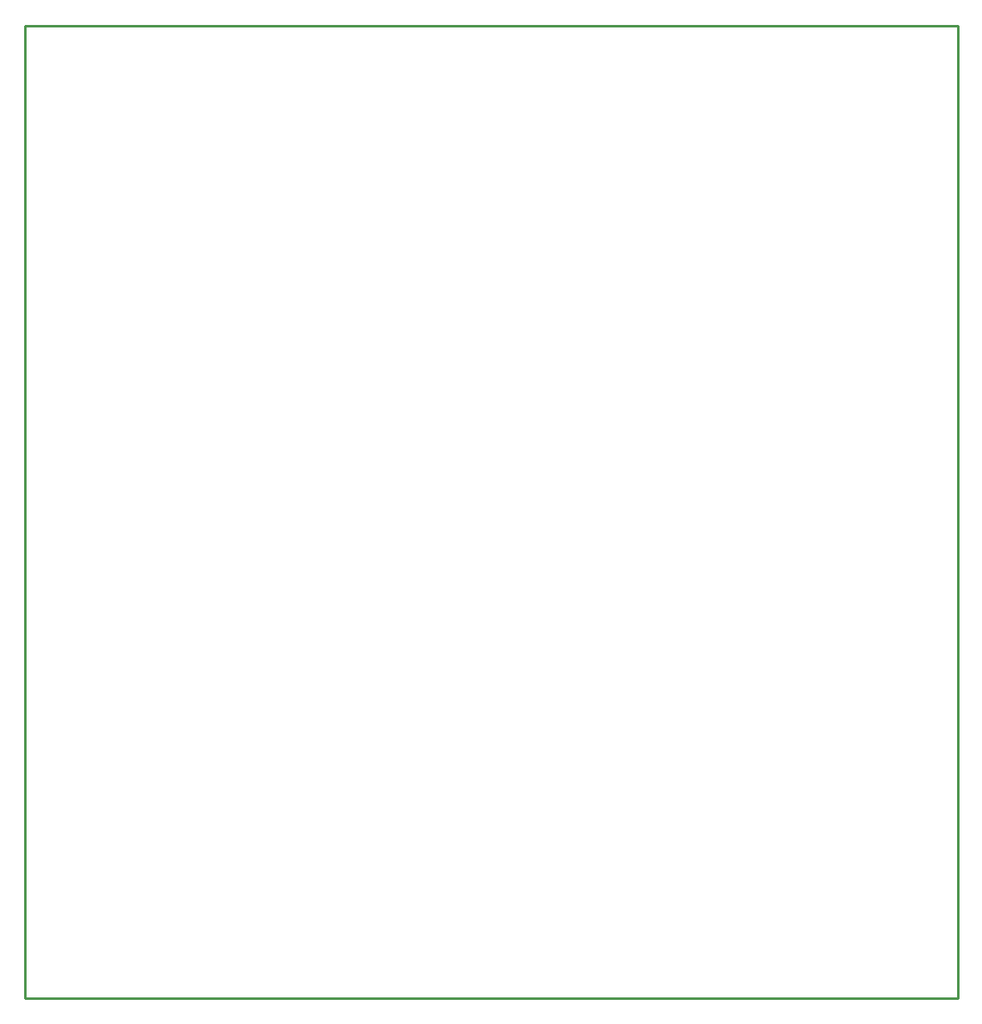
<source format=gbr>
G04 EAGLE Gerber X2 export*
%TF.Part,Single*%
%TF.FileFunction,Profile,NP*%
%TF.FilePolarity,Positive*%
%TF.GenerationSoftware,Autodesk,EAGLE,8.7.0*%
%TF.CreationDate,2018-03-14T20:50:37Z*%
G75*
%MOMM*%
%FSLAX34Y34*%
%LPD*%
%AMOC8*
5,1,8,0,0,1.08239X$1,22.5*%
G01*
%ADD10C,0.254000*%


D10*
X-10000Y-10000D02*
X940000Y-10000D01*
X940000Y980000D01*
X-10000Y980000D01*
X-10000Y-10000D01*
M02*

</source>
